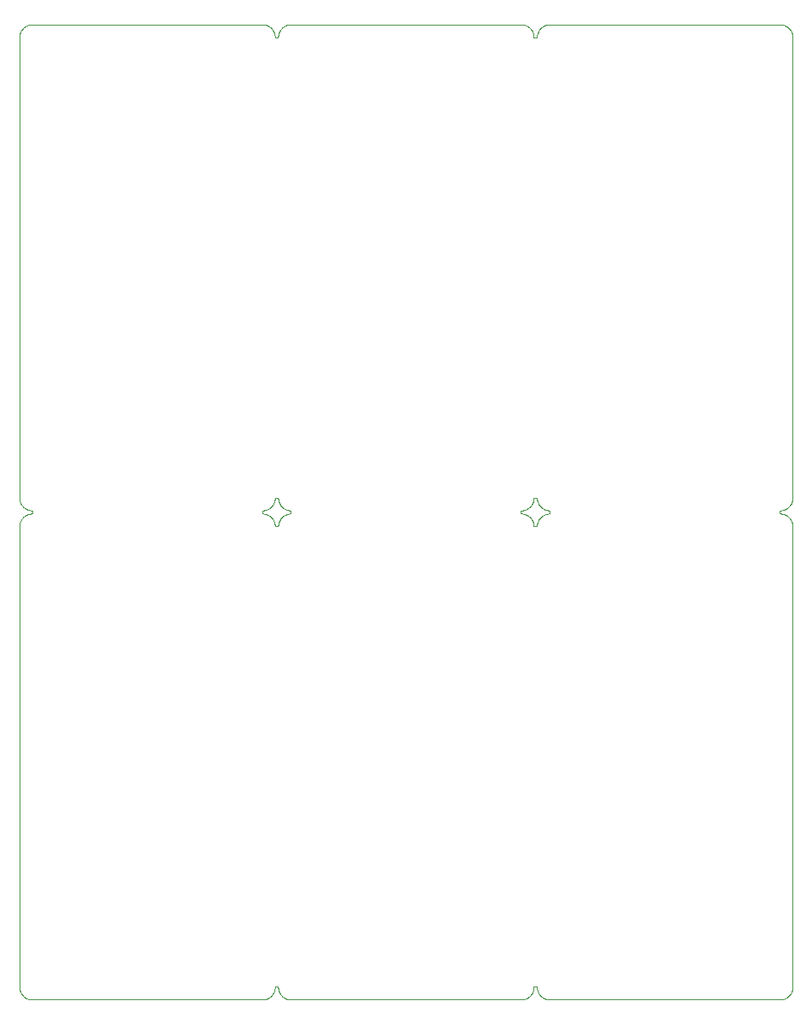
<source format=gbp>
G75*
%MOIN*%
%OFA0B0*%
%FSLAX25Y25*%
%IPPOS*%
%LPD*%
%AMOC8*
5,1,8,0,0,1.08239X$1,22.5*
%
%ADD10C,0.00000*%
D10*
X0077595Y0048933D02*
X0077595Y0228933D01*
X0077597Y0229073D01*
X0077603Y0229213D01*
X0077613Y0229353D01*
X0077626Y0229493D01*
X0077644Y0229632D01*
X0077666Y0229771D01*
X0077691Y0229908D01*
X0077720Y0230046D01*
X0077753Y0230182D01*
X0077790Y0230317D01*
X0077831Y0230451D01*
X0077876Y0230584D01*
X0077924Y0230716D01*
X0077976Y0230846D01*
X0078031Y0230975D01*
X0078090Y0231102D01*
X0078153Y0231228D01*
X0078219Y0231352D01*
X0078288Y0231473D01*
X0078361Y0231593D01*
X0078438Y0231711D01*
X0078517Y0231826D01*
X0078600Y0231940D01*
X0078686Y0232050D01*
X0078775Y0232159D01*
X0078867Y0232265D01*
X0078962Y0232368D01*
X0079059Y0232469D01*
X0079160Y0232566D01*
X0079263Y0232661D01*
X0079369Y0232753D01*
X0079478Y0232842D01*
X0079588Y0232928D01*
X0079702Y0233011D01*
X0079817Y0233090D01*
X0079935Y0233167D01*
X0080055Y0233240D01*
X0080176Y0233309D01*
X0080300Y0233375D01*
X0080426Y0233438D01*
X0080553Y0233497D01*
X0080682Y0233552D01*
X0080812Y0233604D01*
X0080944Y0233652D01*
X0081077Y0233697D01*
X0081211Y0233738D01*
X0081346Y0233775D01*
X0081482Y0233808D01*
X0081620Y0233837D01*
X0081757Y0233862D01*
X0081896Y0233884D01*
X0082035Y0233902D01*
X0082175Y0233915D01*
X0082315Y0233925D01*
X0082455Y0233931D01*
X0082595Y0233933D01*
X0082595Y0235183D01*
X0082455Y0235185D01*
X0082315Y0235191D01*
X0082175Y0235201D01*
X0082035Y0235214D01*
X0081896Y0235232D01*
X0081757Y0235254D01*
X0081620Y0235279D01*
X0081482Y0235308D01*
X0081346Y0235341D01*
X0081211Y0235378D01*
X0081077Y0235419D01*
X0080944Y0235464D01*
X0080812Y0235512D01*
X0080682Y0235564D01*
X0080553Y0235619D01*
X0080426Y0235678D01*
X0080300Y0235741D01*
X0080176Y0235807D01*
X0080055Y0235876D01*
X0079935Y0235949D01*
X0079817Y0236026D01*
X0079702Y0236105D01*
X0079588Y0236188D01*
X0079478Y0236274D01*
X0079369Y0236363D01*
X0079263Y0236455D01*
X0079160Y0236550D01*
X0079059Y0236647D01*
X0078962Y0236748D01*
X0078867Y0236851D01*
X0078775Y0236957D01*
X0078686Y0237066D01*
X0078600Y0237176D01*
X0078517Y0237290D01*
X0078438Y0237405D01*
X0078361Y0237523D01*
X0078288Y0237643D01*
X0078219Y0237764D01*
X0078153Y0237888D01*
X0078090Y0238014D01*
X0078031Y0238141D01*
X0077976Y0238270D01*
X0077924Y0238400D01*
X0077876Y0238532D01*
X0077831Y0238665D01*
X0077790Y0238799D01*
X0077753Y0238934D01*
X0077720Y0239070D01*
X0077691Y0239208D01*
X0077666Y0239345D01*
X0077644Y0239484D01*
X0077626Y0239623D01*
X0077613Y0239763D01*
X0077603Y0239903D01*
X0077597Y0240043D01*
X0077595Y0240183D01*
X0077595Y0420183D01*
X0077597Y0420323D01*
X0077603Y0420463D01*
X0077613Y0420603D01*
X0077626Y0420743D01*
X0077644Y0420882D01*
X0077666Y0421021D01*
X0077691Y0421158D01*
X0077720Y0421296D01*
X0077753Y0421432D01*
X0077790Y0421567D01*
X0077831Y0421701D01*
X0077876Y0421834D01*
X0077924Y0421966D01*
X0077976Y0422096D01*
X0078031Y0422225D01*
X0078090Y0422352D01*
X0078153Y0422478D01*
X0078219Y0422602D01*
X0078288Y0422723D01*
X0078361Y0422843D01*
X0078438Y0422961D01*
X0078517Y0423076D01*
X0078600Y0423190D01*
X0078686Y0423300D01*
X0078775Y0423409D01*
X0078867Y0423515D01*
X0078962Y0423618D01*
X0079059Y0423719D01*
X0079160Y0423816D01*
X0079263Y0423911D01*
X0079369Y0424003D01*
X0079478Y0424092D01*
X0079588Y0424178D01*
X0079702Y0424261D01*
X0079817Y0424340D01*
X0079935Y0424417D01*
X0080055Y0424490D01*
X0080176Y0424559D01*
X0080300Y0424625D01*
X0080426Y0424688D01*
X0080553Y0424747D01*
X0080682Y0424802D01*
X0080812Y0424854D01*
X0080944Y0424902D01*
X0081077Y0424947D01*
X0081211Y0424988D01*
X0081346Y0425025D01*
X0081482Y0425058D01*
X0081620Y0425087D01*
X0081757Y0425112D01*
X0081896Y0425134D01*
X0082035Y0425152D01*
X0082175Y0425165D01*
X0082315Y0425175D01*
X0082455Y0425181D01*
X0082595Y0425183D01*
X0172595Y0425183D01*
X0172735Y0425181D01*
X0172875Y0425175D01*
X0173015Y0425165D01*
X0173155Y0425152D01*
X0173294Y0425134D01*
X0173433Y0425112D01*
X0173570Y0425087D01*
X0173708Y0425058D01*
X0173844Y0425025D01*
X0173979Y0424988D01*
X0174113Y0424947D01*
X0174246Y0424902D01*
X0174378Y0424854D01*
X0174508Y0424802D01*
X0174637Y0424747D01*
X0174764Y0424688D01*
X0174890Y0424625D01*
X0175014Y0424559D01*
X0175135Y0424490D01*
X0175255Y0424417D01*
X0175373Y0424340D01*
X0175488Y0424261D01*
X0175602Y0424178D01*
X0175712Y0424092D01*
X0175821Y0424003D01*
X0175927Y0423911D01*
X0176030Y0423816D01*
X0176131Y0423719D01*
X0176228Y0423618D01*
X0176323Y0423515D01*
X0176415Y0423409D01*
X0176504Y0423300D01*
X0176590Y0423190D01*
X0176673Y0423076D01*
X0176752Y0422961D01*
X0176829Y0422843D01*
X0176902Y0422723D01*
X0176971Y0422602D01*
X0177037Y0422478D01*
X0177100Y0422352D01*
X0177159Y0422225D01*
X0177214Y0422096D01*
X0177266Y0421966D01*
X0177314Y0421834D01*
X0177359Y0421701D01*
X0177400Y0421567D01*
X0177437Y0421432D01*
X0177470Y0421296D01*
X0177499Y0421158D01*
X0177524Y0421021D01*
X0177546Y0420882D01*
X0177564Y0420743D01*
X0177577Y0420603D01*
X0177587Y0420463D01*
X0177593Y0420323D01*
X0177595Y0420183D01*
X0178845Y0420183D01*
X0178847Y0420323D01*
X0178853Y0420463D01*
X0178863Y0420603D01*
X0178876Y0420743D01*
X0178894Y0420882D01*
X0178916Y0421021D01*
X0178941Y0421158D01*
X0178970Y0421296D01*
X0179003Y0421432D01*
X0179040Y0421567D01*
X0179081Y0421701D01*
X0179126Y0421834D01*
X0179174Y0421966D01*
X0179226Y0422096D01*
X0179281Y0422225D01*
X0179340Y0422352D01*
X0179403Y0422478D01*
X0179469Y0422602D01*
X0179538Y0422723D01*
X0179611Y0422843D01*
X0179688Y0422961D01*
X0179767Y0423076D01*
X0179850Y0423190D01*
X0179936Y0423300D01*
X0180025Y0423409D01*
X0180117Y0423515D01*
X0180212Y0423618D01*
X0180309Y0423719D01*
X0180410Y0423816D01*
X0180513Y0423911D01*
X0180619Y0424003D01*
X0180728Y0424092D01*
X0180838Y0424178D01*
X0180952Y0424261D01*
X0181067Y0424340D01*
X0181185Y0424417D01*
X0181305Y0424490D01*
X0181426Y0424559D01*
X0181550Y0424625D01*
X0181676Y0424688D01*
X0181803Y0424747D01*
X0181932Y0424802D01*
X0182062Y0424854D01*
X0182194Y0424902D01*
X0182327Y0424947D01*
X0182461Y0424988D01*
X0182596Y0425025D01*
X0182732Y0425058D01*
X0182870Y0425087D01*
X0183007Y0425112D01*
X0183146Y0425134D01*
X0183285Y0425152D01*
X0183425Y0425165D01*
X0183565Y0425175D01*
X0183705Y0425181D01*
X0183845Y0425183D01*
X0273845Y0425183D01*
X0273985Y0425181D01*
X0274125Y0425175D01*
X0274265Y0425165D01*
X0274405Y0425152D01*
X0274544Y0425134D01*
X0274683Y0425112D01*
X0274820Y0425087D01*
X0274958Y0425058D01*
X0275094Y0425025D01*
X0275229Y0424988D01*
X0275363Y0424947D01*
X0275496Y0424902D01*
X0275628Y0424854D01*
X0275758Y0424802D01*
X0275887Y0424747D01*
X0276014Y0424688D01*
X0276140Y0424625D01*
X0276264Y0424559D01*
X0276385Y0424490D01*
X0276505Y0424417D01*
X0276623Y0424340D01*
X0276738Y0424261D01*
X0276852Y0424178D01*
X0276962Y0424092D01*
X0277071Y0424003D01*
X0277177Y0423911D01*
X0277280Y0423816D01*
X0277381Y0423719D01*
X0277478Y0423618D01*
X0277573Y0423515D01*
X0277665Y0423409D01*
X0277754Y0423300D01*
X0277840Y0423190D01*
X0277923Y0423076D01*
X0278002Y0422961D01*
X0278079Y0422843D01*
X0278152Y0422723D01*
X0278221Y0422602D01*
X0278287Y0422478D01*
X0278350Y0422352D01*
X0278409Y0422225D01*
X0278464Y0422096D01*
X0278516Y0421966D01*
X0278564Y0421834D01*
X0278609Y0421701D01*
X0278650Y0421567D01*
X0278687Y0421432D01*
X0278720Y0421296D01*
X0278749Y0421158D01*
X0278774Y0421021D01*
X0278796Y0420882D01*
X0278814Y0420743D01*
X0278827Y0420603D01*
X0278837Y0420463D01*
X0278843Y0420323D01*
X0278845Y0420183D01*
X0280095Y0420183D01*
X0280097Y0420323D01*
X0280103Y0420463D01*
X0280113Y0420603D01*
X0280126Y0420743D01*
X0280144Y0420882D01*
X0280166Y0421021D01*
X0280191Y0421158D01*
X0280220Y0421296D01*
X0280253Y0421432D01*
X0280290Y0421567D01*
X0280331Y0421701D01*
X0280376Y0421834D01*
X0280424Y0421966D01*
X0280476Y0422096D01*
X0280531Y0422225D01*
X0280590Y0422352D01*
X0280653Y0422478D01*
X0280719Y0422602D01*
X0280788Y0422723D01*
X0280861Y0422843D01*
X0280938Y0422961D01*
X0281017Y0423076D01*
X0281100Y0423190D01*
X0281186Y0423300D01*
X0281275Y0423409D01*
X0281367Y0423515D01*
X0281462Y0423618D01*
X0281559Y0423719D01*
X0281660Y0423816D01*
X0281763Y0423911D01*
X0281869Y0424003D01*
X0281978Y0424092D01*
X0282088Y0424178D01*
X0282202Y0424261D01*
X0282317Y0424340D01*
X0282435Y0424417D01*
X0282555Y0424490D01*
X0282676Y0424559D01*
X0282800Y0424625D01*
X0282926Y0424688D01*
X0283053Y0424747D01*
X0283182Y0424802D01*
X0283312Y0424854D01*
X0283444Y0424902D01*
X0283577Y0424947D01*
X0283711Y0424988D01*
X0283846Y0425025D01*
X0283982Y0425058D01*
X0284120Y0425087D01*
X0284257Y0425112D01*
X0284396Y0425134D01*
X0284535Y0425152D01*
X0284675Y0425165D01*
X0284815Y0425175D01*
X0284955Y0425181D01*
X0285095Y0425183D01*
X0375095Y0425183D01*
X0375235Y0425181D01*
X0375375Y0425175D01*
X0375515Y0425165D01*
X0375655Y0425152D01*
X0375794Y0425134D01*
X0375933Y0425112D01*
X0376070Y0425087D01*
X0376208Y0425058D01*
X0376344Y0425025D01*
X0376479Y0424988D01*
X0376613Y0424947D01*
X0376746Y0424902D01*
X0376878Y0424854D01*
X0377008Y0424802D01*
X0377137Y0424747D01*
X0377264Y0424688D01*
X0377390Y0424625D01*
X0377514Y0424559D01*
X0377635Y0424490D01*
X0377755Y0424417D01*
X0377873Y0424340D01*
X0377988Y0424261D01*
X0378102Y0424178D01*
X0378212Y0424092D01*
X0378321Y0424003D01*
X0378427Y0423911D01*
X0378530Y0423816D01*
X0378631Y0423719D01*
X0378728Y0423618D01*
X0378823Y0423515D01*
X0378915Y0423409D01*
X0379004Y0423300D01*
X0379090Y0423190D01*
X0379173Y0423076D01*
X0379252Y0422961D01*
X0379329Y0422843D01*
X0379402Y0422723D01*
X0379471Y0422602D01*
X0379537Y0422478D01*
X0379600Y0422352D01*
X0379659Y0422225D01*
X0379714Y0422096D01*
X0379766Y0421966D01*
X0379814Y0421834D01*
X0379859Y0421701D01*
X0379900Y0421567D01*
X0379937Y0421432D01*
X0379970Y0421296D01*
X0379999Y0421158D01*
X0380024Y0421021D01*
X0380046Y0420882D01*
X0380064Y0420743D01*
X0380077Y0420603D01*
X0380087Y0420463D01*
X0380093Y0420323D01*
X0380095Y0420183D01*
X0380095Y0240183D01*
X0380093Y0240043D01*
X0380087Y0239903D01*
X0380077Y0239763D01*
X0380064Y0239623D01*
X0380046Y0239484D01*
X0380024Y0239345D01*
X0379999Y0239208D01*
X0379970Y0239070D01*
X0379937Y0238934D01*
X0379900Y0238799D01*
X0379859Y0238665D01*
X0379814Y0238532D01*
X0379766Y0238400D01*
X0379714Y0238270D01*
X0379659Y0238141D01*
X0379600Y0238014D01*
X0379537Y0237888D01*
X0379471Y0237764D01*
X0379402Y0237643D01*
X0379329Y0237523D01*
X0379252Y0237405D01*
X0379173Y0237290D01*
X0379090Y0237176D01*
X0379004Y0237066D01*
X0378915Y0236957D01*
X0378823Y0236851D01*
X0378728Y0236748D01*
X0378631Y0236647D01*
X0378530Y0236550D01*
X0378427Y0236455D01*
X0378321Y0236363D01*
X0378212Y0236274D01*
X0378102Y0236188D01*
X0377988Y0236105D01*
X0377873Y0236026D01*
X0377755Y0235949D01*
X0377635Y0235876D01*
X0377514Y0235807D01*
X0377390Y0235741D01*
X0377264Y0235678D01*
X0377137Y0235619D01*
X0377008Y0235564D01*
X0376878Y0235512D01*
X0376746Y0235464D01*
X0376613Y0235419D01*
X0376479Y0235378D01*
X0376344Y0235341D01*
X0376208Y0235308D01*
X0376070Y0235279D01*
X0375933Y0235254D01*
X0375794Y0235232D01*
X0375655Y0235214D01*
X0375515Y0235201D01*
X0375375Y0235191D01*
X0375235Y0235185D01*
X0375095Y0235183D01*
X0375095Y0233933D01*
X0375235Y0233931D01*
X0375375Y0233925D01*
X0375515Y0233915D01*
X0375655Y0233902D01*
X0375794Y0233884D01*
X0375933Y0233862D01*
X0376070Y0233837D01*
X0376208Y0233808D01*
X0376344Y0233775D01*
X0376479Y0233738D01*
X0376613Y0233697D01*
X0376746Y0233652D01*
X0376878Y0233604D01*
X0377008Y0233552D01*
X0377137Y0233497D01*
X0377264Y0233438D01*
X0377390Y0233375D01*
X0377514Y0233309D01*
X0377635Y0233240D01*
X0377755Y0233167D01*
X0377873Y0233090D01*
X0377988Y0233011D01*
X0378102Y0232928D01*
X0378212Y0232842D01*
X0378321Y0232753D01*
X0378427Y0232661D01*
X0378530Y0232566D01*
X0378631Y0232469D01*
X0378728Y0232368D01*
X0378823Y0232265D01*
X0378915Y0232159D01*
X0379004Y0232050D01*
X0379090Y0231940D01*
X0379173Y0231826D01*
X0379252Y0231711D01*
X0379329Y0231593D01*
X0379402Y0231473D01*
X0379471Y0231352D01*
X0379537Y0231228D01*
X0379600Y0231102D01*
X0379659Y0230975D01*
X0379714Y0230846D01*
X0379766Y0230716D01*
X0379814Y0230584D01*
X0379859Y0230451D01*
X0379900Y0230317D01*
X0379937Y0230182D01*
X0379970Y0230046D01*
X0379999Y0229908D01*
X0380024Y0229771D01*
X0380046Y0229632D01*
X0380064Y0229493D01*
X0380077Y0229353D01*
X0380087Y0229213D01*
X0380093Y0229073D01*
X0380095Y0228933D01*
X0380095Y0048933D01*
X0380093Y0048793D01*
X0380087Y0048653D01*
X0380077Y0048513D01*
X0380064Y0048373D01*
X0380046Y0048234D01*
X0380024Y0048095D01*
X0379999Y0047958D01*
X0379970Y0047820D01*
X0379937Y0047684D01*
X0379900Y0047549D01*
X0379859Y0047415D01*
X0379814Y0047282D01*
X0379766Y0047150D01*
X0379714Y0047020D01*
X0379659Y0046891D01*
X0379600Y0046764D01*
X0379537Y0046638D01*
X0379471Y0046514D01*
X0379402Y0046393D01*
X0379329Y0046273D01*
X0379252Y0046155D01*
X0379173Y0046040D01*
X0379090Y0045926D01*
X0379004Y0045816D01*
X0378915Y0045707D01*
X0378823Y0045601D01*
X0378728Y0045498D01*
X0378631Y0045397D01*
X0378530Y0045300D01*
X0378427Y0045205D01*
X0378321Y0045113D01*
X0378212Y0045024D01*
X0378102Y0044938D01*
X0377988Y0044855D01*
X0377873Y0044776D01*
X0377755Y0044699D01*
X0377635Y0044626D01*
X0377514Y0044557D01*
X0377390Y0044491D01*
X0377264Y0044428D01*
X0377137Y0044369D01*
X0377008Y0044314D01*
X0376878Y0044262D01*
X0376746Y0044214D01*
X0376613Y0044169D01*
X0376479Y0044128D01*
X0376344Y0044091D01*
X0376208Y0044058D01*
X0376070Y0044029D01*
X0375933Y0044004D01*
X0375794Y0043982D01*
X0375655Y0043964D01*
X0375515Y0043951D01*
X0375375Y0043941D01*
X0375235Y0043935D01*
X0375095Y0043933D01*
X0285095Y0043933D01*
X0284955Y0043935D01*
X0284815Y0043941D01*
X0284675Y0043951D01*
X0284535Y0043964D01*
X0284396Y0043982D01*
X0284257Y0044004D01*
X0284120Y0044029D01*
X0283982Y0044058D01*
X0283846Y0044091D01*
X0283711Y0044128D01*
X0283577Y0044169D01*
X0283444Y0044214D01*
X0283312Y0044262D01*
X0283182Y0044314D01*
X0283053Y0044369D01*
X0282926Y0044428D01*
X0282800Y0044491D01*
X0282676Y0044557D01*
X0282555Y0044626D01*
X0282435Y0044699D01*
X0282317Y0044776D01*
X0282202Y0044855D01*
X0282088Y0044938D01*
X0281978Y0045024D01*
X0281869Y0045113D01*
X0281763Y0045205D01*
X0281660Y0045300D01*
X0281559Y0045397D01*
X0281462Y0045498D01*
X0281367Y0045601D01*
X0281275Y0045707D01*
X0281186Y0045816D01*
X0281100Y0045926D01*
X0281017Y0046040D01*
X0280938Y0046155D01*
X0280861Y0046273D01*
X0280788Y0046393D01*
X0280719Y0046514D01*
X0280653Y0046638D01*
X0280590Y0046764D01*
X0280531Y0046891D01*
X0280476Y0047020D01*
X0280424Y0047150D01*
X0280376Y0047282D01*
X0280331Y0047415D01*
X0280290Y0047549D01*
X0280253Y0047684D01*
X0280220Y0047820D01*
X0280191Y0047958D01*
X0280166Y0048095D01*
X0280144Y0048234D01*
X0280126Y0048373D01*
X0280113Y0048513D01*
X0280103Y0048653D01*
X0280097Y0048793D01*
X0280095Y0048933D01*
X0278845Y0048933D01*
X0278843Y0048793D01*
X0278837Y0048653D01*
X0278827Y0048513D01*
X0278814Y0048373D01*
X0278796Y0048234D01*
X0278774Y0048095D01*
X0278749Y0047958D01*
X0278720Y0047820D01*
X0278687Y0047684D01*
X0278650Y0047549D01*
X0278609Y0047415D01*
X0278564Y0047282D01*
X0278516Y0047150D01*
X0278464Y0047020D01*
X0278409Y0046891D01*
X0278350Y0046764D01*
X0278287Y0046638D01*
X0278221Y0046514D01*
X0278152Y0046393D01*
X0278079Y0046273D01*
X0278002Y0046155D01*
X0277923Y0046040D01*
X0277840Y0045926D01*
X0277754Y0045816D01*
X0277665Y0045707D01*
X0277573Y0045601D01*
X0277478Y0045498D01*
X0277381Y0045397D01*
X0277280Y0045300D01*
X0277177Y0045205D01*
X0277071Y0045113D01*
X0276962Y0045024D01*
X0276852Y0044938D01*
X0276738Y0044855D01*
X0276623Y0044776D01*
X0276505Y0044699D01*
X0276385Y0044626D01*
X0276264Y0044557D01*
X0276140Y0044491D01*
X0276014Y0044428D01*
X0275887Y0044369D01*
X0275758Y0044314D01*
X0275628Y0044262D01*
X0275496Y0044214D01*
X0275363Y0044169D01*
X0275229Y0044128D01*
X0275094Y0044091D01*
X0274958Y0044058D01*
X0274820Y0044029D01*
X0274683Y0044004D01*
X0274544Y0043982D01*
X0274405Y0043964D01*
X0274265Y0043951D01*
X0274125Y0043941D01*
X0273985Y0043935D01*
X0273845Y0043933D01*
X0183845Y0043933D01*
X0183705Y0043935D01*
X0183565Y0043941D01*
X0183425Y0043951D01*
X0183285Y0043964D01*
X0183146Y0043982D01*
X0183007Y0044004D01*
X0182870Y0044029D01*
X0182732Y0044058D01*
X0182596Y0044091D01*
X0182461Y0044128D01*
X0182327Y0044169D01*
X0182194Y0044214D01*
X0182062Y0044262D01*
X0181932Y0044314D01*
X0181803Y0044369D01*
X0181676Y0044428D01*
X0181550Y0044491D01*
X0181426Y0044557D01*
X0181305Y0044626D01*
X0181185Y0044699D01*
X0181067Y0044776D01*
X0180952Y0044855D01*
X0180838Y0044938D01*
X0180728Y0045024D01*
X0180619Y0045113D01*
X0180513Y0045205D01*
X0180410Y0045300D01*
X0180309Y0045397D01*
X0180212Y0045498D01*
X0180117Y0045601D01*
X0180025Y0045707D01*
X0179936Y0045816D01*
X0179850Y0045926D01*
X0179767Y0046040D01*
X0179688Y0046155D01*
X0179611Y0046273D01*
X0179538Y0046393D01*
X0179469Y0046514D01*
X0179403Y0046638D01*
X0179340Y0046764D01*
X0179281Y0046891D01*
X0179226Y0047020D01*
X0179174Y0047150D01*
X0179126Y0047282D01*
X0179081Y0047415D01*
X0179040Y0047549D01*
X0179003Y0047684D01*
X0178970Y0047820D01*
X0178941Y0047958D01*
X0178916Y0048095D01*
X0178894Y0048234D01*
X0178876Y0048373D01*
X0178863Y0048513D01*
X0178853Y0048653D01*
X0178847Y0048793D01*
X0178845Y0048933D01*
X0177595Y0048933D01*
X0177593Y0048793D01*
X0177587Y0048653D01*
X0177577Y0048513D01*
X0177564Y0048373D01*
X0177546Y0048234D01*
X0177524Y0048095D01*
X0177499Y0047958D01*
X0177470Y0047820D01*
X0177437Y0047684D01*
X0177400Y0047549D01*
X0177359Y0047415D01*
X0177314Y0047282D01*
X0177266Y0047150D01*
X0177214Y0047020D01*
X0177159Y0046891D01*
X0177100Y0046764D01*
X0177037Y0046638D01*
X0176971Y0046514D01*
X0176902Y0046393D01*
X0176829Y0046273D01*
X0176752Y0046155D01*
X0176673Y0046040D01*
X0176590Y0045926D01*
X0176504Y0045816D01*
X0176415Y0045707D01*
X0176323Y0045601D01*
X0176228Y0045498D01*
X0176131Y0045397D01*
X0176030Y0045300D01*
X0175927Y0045205D01*
X0175821Y0045113D01*
X0175712Y0045024D01*
X0175602Y0044938D01*
X0175488Y0044855D01*
X0175373Y0044776D01*
X0175255Y0044699D01*
X0175135Y0044626D01*
X0175014Y0044557D01*
X0174890Y0044491D01*
X0174764Y0044428D01*
X0174637Y0044369D01*
X0174508Y0044314D01*
X0174378Y0044262D01*
X0174246Y0044214D01*
X0174113Y0044169D01*
X0173979Y0044128D01*
X0173844Y0044091D01*
X0173708Y0044058D01*
X0173570Y0044029D01*
X0173433Y0044004D01*
X0173294Y0043982D01*
X0173155Y0043964D01*
X0173015Y0043951D01*
X0172875Y0043941D01*
X0172735Y0043935D01*
X0172595Y0043933D01*
X0082595Y0043933D01*
X0082455Y0043935D01*
X0082315Y0043941D01*
X0082175Y0043951D01*
X0082035Y0043964D01*
X0081896Y0043982D01*
X0081757Y0044004D01*
X0081620Y0044029D01*
X0081482Y0044058D01*
X0081346Y0044091D01*
X0081211Y0044128D01*
X0081077Y0044169D01*
X0080944Y0044214D01*
X0080812Y0044262D01*
X0080682Y0044314D01*
X0080553Y0044369D01*
X0080426Y0044428D01*
X0080300Y0044491D01*
X0080176Y0044557D01*
X0080055Y0044626D01*
X0079935Y0044699D01*
X0079817Y0044776D01*
X0079702Y0044855D01*
X0079588Y0044938D01*
X0079478Y0045024D01*
X0079369Y0045113D01*
X0079263Y0045205D01*
X0079160Y0045300D01*
X0079059Y0045397D01*
X0078962Y0045498D01*
X0078867Y0045601D01*
X0078775Y0045707D01*
X0078686Y0045816D01*
X0078600Y0045926D01*
X0078517Y0046040D01*
X0078438Y0046155D01*
X0078361Y0046273D01*
X0078288Y0046393D01*
X0078219Y0046514D01*
X0078153Y0046638D01*
X0078090Y0046764D01*
X0078031Y0046891D01*
X0077976Y0047020D01*
X0077924Y0047150D01*
X0077876Y0047282D01*
X0077831Y0047415D01*
X0077790Y0047549D01*
X0077753Y0047684D01*
X0077720Y0047820D01*
X0077691Y0047958D01*
X0077666Y0048095D01*
X0077644Y0048234D01*
X0077626Y0048373D01*
X0077613Y0048513D01*
X0077603Y0048653D01*
X0077597Y0048793D01*
X0077595Y0048933D01*
X0177595Y0228933D02*
X0177593Y0229073D01*
X0177587Y0229213D01*
X0177577Y0229353D01*
X0177564Y0229493D01*
X0177546Y0229632D01*
X0177524Y0229771D01*
X0177499Y0229908D01*
X0177470Y0230046D01*
X0177437Y0230182D01*
X0177400Y0230317D01*
X0177359Y0230451D01*
X0177314Y0230584D01*
X0177266Y0230716D01*
X0177214Y0230846D01*
X0177159Y0230975D01*
X0177100Y0231102D01*
X0177037Y0231228D01*
X0176971Y0231352D01*
X0176902Y0231473D01*
X0176829Y0231593D01*
X0176752Y0231711D01*
X0176673Y0231826D01*
X0176590Y0231940D01*
X0176504Y0232050D01*
X0176415Y0232159D01*
X0176323Y0232265D01*
X0176228Y0232368D01*
X0176131Y0232469D01*
X0176030Y0232566D01*
X0175927Y0232661D01*
X0175821Y0232753D01*
X0175712Y0232842D01*
X0175602Y0232928D01*
X0175488Y0233011D01*
X0175373Y0233090D01*
X0175255Y0233167D01*
X0175135Y0233240D01*
X0175014Y0233309D01*
X0174890Y0233375D01*
X0174764Y0233438D01*
X0174637Y0233497D01*
X0174508Y0233552D01*
X0174378Y0233604D01*
X0174246Y0233652D01*
X0174113Y0233697D01*
X0173979Y0233738D01*
X0173844Y0233775D01*
X0173708Y0233808D01*
X0173570Y0233837D01*
X0173433Y0233862D01*
X0173294Y0233884D01*
X0173155Y0233902D01*
X0173015Y0233915D01*
X0172875Y0233925D01*
X0172735Y0233931D01*
X0172595Y0233933D01*
X0172595Y0235183D01*
X0172735Y0235185D01*
X0172875Y0235191D01*
X0173015Y0235201D01*
X0173155Y0235214D01*
X0173294Y0235232D01*
X0173433Y0235254D01*
X0173570Y0235279D01*
X0173708Y0235308D01*
X0173844Y0235341D01*
X0173979Y0235378D01*
X0174113Y0235419D01*
X0174246Y0235464D01*
X0174378Y0235512D01*
X0174508Y0235564D01*
X0174637Y0235619D01*
X0174764Y0235678D01*
X0174890Y0235741D01*
X0175014Y0235807D01*
X0175135Y0235876D01*
X0175255Y0235949D01*
X0175373Y0236026D01*
X0175488Y0236105D01*
X0175602Y0236188D01*
X0175712Y0236274D01*
X0175821Y0236363D01*
X0175927Y0236455D01*
X0176030Y0236550D01*
X0176131Y0236647D01*
X0176228Y0236748D01*
X0176323Y0236851D01*
X0176415Y0236957D01*
X0176504Y0237066D01*
X0176590Y0237176D01*
X0176673Y0237290D01*
X0176752Y0237405D01*
X0176829Y0237523D01*
X0176902Y0237643D01*
X0176971Y0237764D01*
X0177037Y0237888D01*
X0177100Y0238014D01*
X0177159Y0238141D01*
X0177214Y0238270D01*
X0177266Y0238400D01*
X0177314Y0238532D01*
X0177359Y0238665D01*
X0177400Y0238799D01*
X0177437Y0238934D01*
X0177470Y0239070D01*
X0177499Y0239208D01*
X0177524Y0239345D01*
X0177546Y0239484D01*
X0177564Y0239623D01*
X0177577Y0239763D01*
X0177587Y0239903D01*
X0177593Y0240043D01*
X0177595Y0240183D01*
X0178845Y0240183D01*
X0178847Y0240043D01*
X0178853Y0239903D01*
X0178863Y0239763D01*
X0178876Y0239623D01*
X0178894Y0239484D01*
X0178916Y0239345D01*
X0178941Y0239208D01*
X0178970Y0239070D01*
X0179003Y0238934D01*
X0179040Y0238799D01*
X0179081Y0238665D01*
X0179126Y0238532D01*
X0179174Y0238400D01*
X0179226Y0238270D01*
X0179281Y0238141D01*
X0179340Y0238014D01*
X0179403Y0237888D01*
X0179469Y0237764D01*
X0179538Y0237643D01*
X0179611Y0237523D01*
X0179688Y0237405D01*
X0179767Y0237290D01*
X0179850Y0237176D01*
X0179936Y0237066D01*
X0180025Y0236957D01*
X0180117Y0236851D01*
X0180212Y0236748D01*
X0180309Y0236647D01*
X0180410Y0236550D01*
X0180513Y0236455D01*
X0180619Y0236363D01*
X0180728Y0236274D01*
X0180838Y0236188D01*
X0180952Y0236105D01*
X0181067Y0236026D01*
X0181185Y0235949D01*
X0181305Y0235876D01*
X0181426Y0235807D01*
X0181550Y0235741D01*
X0181676Y0235678D01*
X0181803Y0235619D01*
X0181932Y0235564D01*
X0182062Y0235512D01*
X0182194Y0235464D01*
X0182327Y0235419D01*
X0182461Y0235378D01*
X0182596Y0235341D01*
X0182732Y0235308D01*
X0182870Y0235279D01*
X0183007Y0235254D01*
X0183146Y0235232D01*
X0183285Y0235214D01*
X0183425Y0235201D01*
X0183565Y0235191D01*
X0183705Y0235185D01*
X0183845Y0235183D01*
X0183845Y0233933D01*
X0183705Y0233931D01*
X0183565Y0233925D01*
X0183425Y0233915D01*
X0183285Y0233902D01*
X0183146Y0233884D01*
X0183007Y0233862D01*
X0182870Y0233837D01*
X0182732Y0233808D01*
X0182596Y0233775D01*
X0182461Y0233738D01*
X0182327Y0233697D01*
X0182194Y0233652D01*
X0182062Y0233604D01*
X0181932Y0233552D01*
X0181803Y0233497D01*
X0181676Y0233438D01*
X0181550Y0233375D01*
X0181426Y0233309D01*
X0181305Y0233240D01*
X0181185Y0233167D01*
X0181067Y0233090D01*
X0180952Y0233011D01*
X0180838Y0232928D01*
X0180728Y0232842D01*
X0180619Y0232753D01*
X0180513Y0232661D01*
X0180410Y0232566D01*
X0180309Y0232469D01*
X0180212Y0232368D01*
X0180117Y0232265D01*
X0180025Y0232159D01*
X0179936Y0232050D01*
X0179850Y0231940D01*
X0179767Y0231826D01*
X0179688Y0231711D01*
X0179611Y0231593D01*
X0179538Y0231473D01*
X0179469Y0231352D01*
X0179403Y0231228D01*
X0179340Y0231102D01*
X0179281Y0230975D01*
X0179226Y0230846D01*
X0179174Y0230716D01*
X0179126Y0230584D01*
X0179081Y0230451D01*
X0179040Y0230317D01*
X0179003Y0230182D01*
X0178970Y0230046D01*
X0178941Y0229908D01*
X0178916Y0229771D01*
X0178894Y0229632D01*
X0178876Y0229493D01*
X0178863Y0229353D01*
X0178853Y0229213D01*
X0178847Y0229073D01*
X0178845Y0228933D01*
X0177595Y0228933D01*
X0273845Y0233933D02*
X0273985Y0233931D01*
X0274125Y0233925D01*
X0274265Y0233915D01*
X0274405Y0233902D01*
X0274544Y0233884D01*
X0274683Y0233862D01*
X0274820Y0233837D01*
X0274958Y0233808D01*
X0275094Y0233775D01*
X0275229Y0233738D01*
X0275363Y0233697D01*
X0275496Y0233652D01*
X0275628Y0233604D01*
X0275758Y0233552D01*
X0275887Y0233497D01*
X0276014Y0233438D01*
X0276140Y0233375D01*
X0276264Y0233309D01*
X0276385Y0233240D01*
X0276505Y0233167D01*
X0276623Y0233090D01*
X0276738Y0233011D01*
X0276852Y0232928D01*
X0276962Y0232842D01*
X0277071Y0232753D01*
X0277177Y0232661D01*
X0277280Y0232566D01*
X0277381Y0232469D01*
X0277478Y0232368D01*
X0277573Y0232265D01*
X0277665Y0232159D01*
X0277754Y0232050D01*
X0277840Y0231940D01*
X0277923Y0231826D01*
X0278002Y0231711D01*
X0278079Y0231593D01*
X0278152Y0231473D01*
X0278221Y0231352D01*
X0278287Y0231228D01*
X0278350Y0231102D01*
X0278409Y0230975D01*
X0278464Y0230846D01*
X0278516Y0230716D01*
X0278564Y0230584D01*
X0278609Y0230451D01*
X0278650Y0230317D01*
X0278687Y0230182D01*
X0278720Y0230046D01*
X0278749Y0229908D01*
X0278774Y0229771D01*
X0278796Y0229632D01*
X0278814Y0229493D01*
X0278827Y0229353D01*
X0278837Y0229213D01*
X0278843Y0229073D01*
X0278845Y0228933D01*
X0280095Y0228933D01*
X0280097Y0229073D01*
X0280103Y0229213D01*
X0280113Y0229353D01*
X0280126Y0229493D01*
X0280144Y0229632D01*
X0280166Y0229771D01*
X0280191Y0229908D01*
X0280220Y0230046D01*
X0280253Y0230182D01*
X0280290Y0230317D01*
X0280331Y0230451D01*
X0280376Y0230584D01*
X0280424Y0230716D01*
X0280476Y0230846D01*
X0280531Y0230975D01*
X0280590Y0231102D01*
X0280653Y0231228D01*
X0280719Y0231352D01*
X0280788Y0231473D01*
X0280861Y0231593D01*
X0280938Y0231711D01*
X0281017Y0231826D01*
X0281100Y0231940D01*
X0281186Y0232050D01*
X0281275Y0232159D01*
X0281367Y0232265D01*
X0281462Y0232368D01*
X0281559Y0232469D01*
X0281660Y0232566D01*
X0281763Y0232661D01*
X0281869Y0232753D01*
X0281978Y0232842D01*
X0282088Y0232928D01*
X0282202Y0233011D01*
X0282317Y0233090D01*
X0282435Y0233167D01*
X0282555Y0233240D01*
X0282676Y0233309D01*
X0282800Y0233375D01*
X0282926Y0233438D01*
X0283053Y0233497D01*
X0283182Y0233552D01*
X0283312Y0233604D01*
X0283444Y0233652D01*
X0283577Y0233697D01*
X0283711Y0233738D01*
X0283846Y0233775D01*
X0283982Y0233808D01*
X0284120Y0233837D01*
X0284257Y0233862D01*
X0284396Y0233884D01*
X0284535Y0233902D01*
X0284675Y0233915D01*
X0284815Y0233925D01*
X0284955Y0233931D01*
X0285095Y0233933D01*
X0285095Y0235183D01*
X0284955Y0235185D01*
X0284815Y0235191D01*
X0284675Y0235201D01*
X0284535Y0235214D01*
X0284396Y0235232D01*
X0284257Y0235254D01*
X0284120Y0235279D01*
X0283982Y0235308D01*
X0283846Y0235341D01*
X0283711Y0235378D01*
X0283577Y0235419D01*
X0283444Y0235464D01*
X0283312Y0235512D01*
X0283182Y0235564D01*
X0283053Y0235619D01*
X0282926Y0235678D01*
X0282800Y0235741D01*
X0282676Y0235807D01*
X0282555Y0235876D01*
X0282435Y0235949D01*
X0282317Y0236026D01*
X0282202Y0236105D01*
X0282088Y0236188D01*
X0281978Y0236274D01*
X0281869Y0236363D01*
X0281763Y0236455D01*
X0281660Y0236550D01*
X0281559Y0236647D01*
X0281462Y0236748D01*
X0281367Y0236851D01*
X0281275Y0236957D01*
X0281186Y0237066D01*
X0281100Y0237176D01*
X0281017Y0237290D01*
X0280938Y0237405D01*
X0280861Y0237523D01*
X0280788Y0237643D01*
X0280719Y0237764D01*
X0280653Y0237888D01*
X0280590Y0238014D01*
X0280531Y0238141D01*
X0280476Y0238270D01*
X0280424Y0238400D01*
X0280376Y0238532D01*
X0280331Y0238665D01*
X0280290Y0238799D01*
X0280253Y0238934D01*
X0280220Y0239070D01*
X0280191Y0239208D01*
X0280166Y0239345D01*
X0280144Y0239484D01*
X0280126Y0239623D01*
X0280113Y0239763D01*
X0280103Y0239903D01*
X0280097Y0240043D01*
X0280095Y0240183D01*
X0278845Y0240183D01*
X0278843Y0240043D01*
X0278837Y0239903D01*
X0278827Y0239763D01*
X0278814Y0239623D01*
X0278796Y0239484D01*
X0278774Y0239345D01*
X0278749Y0239208D01*
X0278720Y0239070D01*
X0278687Y0238934D01*
X0278650Y0238799D01*
X0278609Y0238665D01*
X0278564Y0238532D01*
X0278516Y0238400D01*
X0278464Y0238270D01*
X0278409Y0238141D01*
X0278350Y0238014D01*
X0278287Y0237888D01*
X0278221Y0237764D01*
X0278152Y0237643D01*
X0278079Y0237523D01*
X0278002Y0237405D01*
X0277923Y0237290D01*
X0277840Y0237176D01*
X0277754Y0237066D01*
X0277665Y0236957D01*
X0277573Y0236851D01*
X0277478Y0236748D01*
X0277381Y0236647D01*
X0277280Y0236550D01*
X0277177Y0236455D01*
X0277071Y0236363D01*
X0276962Y0236274D01*
X0276852Y0236188D01*
X0276738Y0236105D01*
X0276623Y0236026D01*
X0276505Y0235949D01*
X0276385Y0235876D01*
X0276264Y0235807D01*
X0276140Y0235741D01*
X0276014Y0235678D01*
X0275887Y0235619D01*
X0275758Y0235564D01*
X0275628Y0235512D01*
X0275496Y0235464D01*
X0275363Y0235419D01*
X0275229Y0235378D01*
X0275094Y0235341D01*
X0274958Y0235308D01*
X0274820Y0235279D01*
X0274683Y0235254D01*
X0274544Y0235232D01*
X0274405Y0235214D01*
X0274265Y0235201D01*
X0274125Y0235191D01*
X0273985Y0235185D01*
X0273845Y0235183D01*
X0273845Y0233933D01*
M02*

</source>
